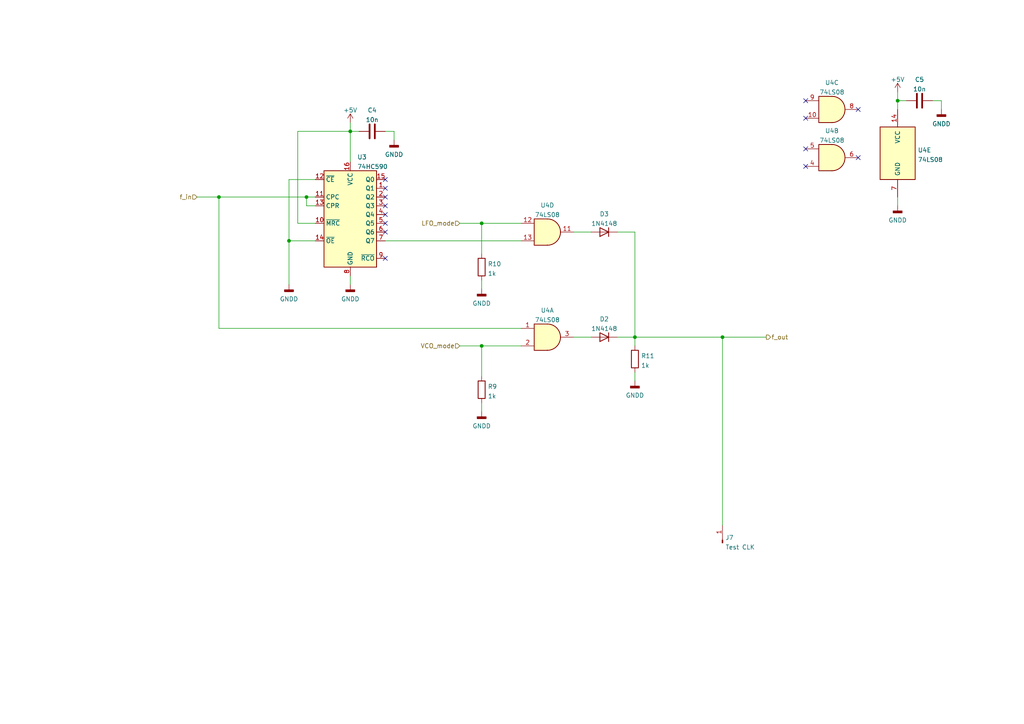
<source format=kicad_sch>
(kicad_sch (version 20211123) (generator eeschema)
  (paper "A4")
  (title_block (title "FGVCO - Core 1") (date "2022-06-30") (company "Filippo Gottardo"))
  (lib_symbols
    (symbol "74xx:74HC590"
      (property "Reference" "U" (at -7.62 16.51 0))
      (property "Value" "74HC590" (at -7.62 -13.97 0))
      (symbol "74HC590_1_0"
        (pin tri_state line (at 10.16 10.16 180) (length 2.54) (name "Q1") (number "1"))
        (pin input line (at -10.16 0 0) (length 2.54) (name "~{MRC}") (number "10"))
        (pin input line (at -10.16 7.62 0) (length 2.54) (name "CPC") (number "11"))
        (pin input line (at -10.16 12.7 0) (length 2.54) (name "~{CE}") (number "12"))
        (pin input line (at -10.16 5.08 0) (length 2.54) (name "CPR") (number "13"))
        (pin input line (at -10.16 -5.08 0) (length 2.54) (name "~{OE}") (number "14"))
        (pin tri_state line (at 10.16 12.7 180) (length 2.54) (name "Q0") (number "15"))
        (pin power_in line (at 0 17.78 270) (length 2.54) (name "VCC") (number "16"))
        (pin tri_state line (at 10.16 7.62 180) (length 2.54) (name "Q2") (number "2"))
        (pin tri_state line (at 10.16 5.08 180) (length 2.54) (name "Q3") (number "3"))
        (pin tri_state line (at 10.16 2.54 180) (length 2.54) (name "Q4") (number "4"))
        (pin tri_state line (at 10.16 0 180) (length 2.54) (name "Q5") (number "5"))
        (pin tri_state line (at 10.16 -2.54 180) (length 2.54) (name "Q6") (number "6"))
        (pin tri_state line (at 10.16 -5.08 180) (length 2.54) (name "Q7") (number "7"))
        (pin power_in line (at 0 -15.24 90) (length 2.54) (name "GND") (number "8"))
        (pin output line (at 10.16 -10.16 180) (length 2.54) (name "~{RCO}") (number "9"))
      )
      (symbol "74HC590_1_1"
        (rectangle (start -7.62 15.24) (end 7.62 -12.7) (stroke (width 0.254)) (fill (type background)))
      )
    )
    (symbol "74xx:74LS08" (pin_names (offset 1.016))
      (property "Reference" "U" (at 0 1.27 0))
      (property "Value" "74LS08" (at 0 -1.27 0))
      (symbol "74LS08_1_1"
        (arc (start 0 -3.81) (mid 3.81 0) (end 0 3.81) (stroke (width 0.254)) (fill (type background)))
        (polyline (pts (xy 0 3.81) (xy -3.81 3.81) (xy -3.81 -3.81) (xy 0 -3.81)) (stroke (width 0.254)) (fill (type background)))
        (pin input line (at -7.62 2.54 0) (length 3.81) (name "~") (number "1"))
        (pin input line (at -7.62 -2.54 0) (length 3.81) (name "~") (number "2"))
        (pin output line (at 7.62 0 180) (length 3.81) (name "~") (number "3"))
      )
      (symbol "74LS08_1_2"
        (arc (start -3.81 -3.81) (mid -2.589 0) (end -3.81 3.81) (stroke (width 0.254)))
        (arc (start -0.6096 -3.81) (mid 2.1855 -2.584) (end 3.81 0) (stroke (width 0.254)) (fill (type background)))
        (polyline (pts (xy -3.81 -3.81) (xy -0.635 -3.81)) (stroke (width 0.254)) (fill (type background)))
        (polyline (pts (xy -3.81 3.81) (xy -0.635 3.81)) (stroke (width 0.254)) (fill (type background)))
        (polyline (pts (xy -0.635 3.81) (xy -3.81 3.81) (xy -3.81 3.81) (xy -3.556 3.4036) (xy -3.0226 2.2606) (xy -2.6924 1.0414) (xy -2.6162 -0.254) (xy -2.7686 -1.4986) (xy -3.175 -2.7178) (xy -3.81 -3.81) (xy -3.81 -3.81) (xy -0.635 -3.81)) (stroke (width -25.4)) (fill (type background)))
        (arc (start 3.81 0) (mid 2.1928 2.5925) (end -0.6096 3.81) (stroke (width 0.254)) (fill (type background)))
        (pin input inverted (at -7.62 2.54 0) (length 4.318) (name "~") (number "1"))
        (pin input inverted (at -7.62 -2.54 0) (length 4.318) (name "~") (number "2"))
        (pin output inverted (at 7.62 0 180) (length 3.81) (name "~") (number "3"))
      )
      (symbol "74LS08_2_1"
        (arc (start 0 -3.81) (mid 3.81 0) (end 0 3.81) (stroke (width 0.254)) (fill (type background)))
        (polyline (pts (xy 0 3.81) (xy -3.81 3.81) (xy -3.81 -3.81) (xy 0 -3.81)) (stroke (width 0.254)) (fill (type background)))
        (pin input line (at -7.62 2.54 0) (length 3.81) (name "~") (number "4"))
        (pin input line (at -7.62 -2.54 0) (length 3.81) (name "~") (number "5"))
        (pin output line (at 7.62 0 180) (length 3.81) (name "~") (number "6"))
      )
      (symbol "74LS08_2_2"
        (arc (start -3.81 -3.81) (mid -2.589 0) (end -3.81 3.81) (stroke (width 0.254)))
        (arc (start -0.6096 -3.81) (mid 2.1855 -2.584) (end 3.81 0) (stroke (width 0.254)) (fill (type background)))
        (polyline (pts (xy -3.81 -3.81) (xy -0.635 -3.81)) (stroke (width 0.254)) (fill (type background)))
        (polyline (pts (xy -3.81 3.81) (xy -0.635 3.81)) (stroke (width 0.254)) (fill (type background)))
        (polyline (pts (xy -0.635 3.81) (xy -3.81 3.81) (xy -3.81 3.81) (xy -3.556 3.4036) (xy -3.0226 2.2606) (xy -2.6924 1.0414) (xy -2.6162 -0.254) (xy -2.7686 -1.4986) (xy -3.175 -2.7178) (xy -3.81 -3.81) (xy -3.81 -3.81) (xy -0.635 -3.81)) (stroke (width -25.4)) (fill (type background)))
        (arc (start 3.81 0) (mid 2.1928 2.5925) (end -0.6096 3.81) (stroke (width 0.254)) (fill (type background)))
        (pin input inverted (at -7.62 2.54 0) (length 4.318) (name "~") (number "4"))
        (pin input inverted (at -7.62 -2.54 0) (length 4.318) (name "~") (number "5"))
        (pin output inverted (at 7.62 0 180) (length 3.81) (name "~") (number "6"))
      )
      (symbol "74LS08_3_1"
        (arc (start 0 -3.81) (mid 3.81 0) (end 0 3.81) (stroke (width 0.254)) (fill (type background)))
        (polyline (pts (xy 0 3.81) (xy -3.81 3.81) (xy -3.81 -3.81) (xy 0 -3.81)) (stroke (width 0.254)) (fill (type background)))
        (pin input line (at -7.62 -2.54 0) (length 3.81) (name "~") (number "10"))
        (pin output line (at 7.62 0 180) (length 3.81) (name "~") (number "8"))
        (pin input line (at -7.62 2.54 0) (length 3.81) (name "~") (number "9"))
      )
      (symbol "74LS08_3_2"
        (arc (start -3.81 -3.81) (mid -2.589 0) (end -3.81 3.81) (stroke (width 0.254)))
        (arc (start -0.6096 -3.81) (mid 2.1855 -2.584) (end 3.81 0) (stroke (width 0.254)) (fill (type background)))
        (polyline (pts (xy -3.81 -3.81) (xy -0.635 -3.81)) (stroke (width 0.254)) (fill (type background)))
        (polyline (pts (xy -3.81 3.81) (xy -0.635 3.81)) (stroke (width 0.254)) (fill (type background)))
        (polyline (pts (xy -0.635 3.81) (xy -3.81 3.81) (xy -3.81 3.81) (xy -3.556 3.4036) (xy -3.0226 2.2606) (xy -2.6924 1.0414) (xy -2.6162 -0.254) (xy -2.7686 -1.4986) (xy -3.175 -2.7178) (xy -3.81 -3.81) (xy -3.81 -3.81) (xy -0.635 -3.81)) (stroke (width -25.4)) (fill (type background)))
        (arc (start 3.81 0) (mid 2.1928 2.5925) (end -0.6096 3.81) (stroke (width 0.254)) (fill (type background)))
        (pin input inverted (at -7.62 -2.54 0) (length 4.318) (name "~") (number "10"))
        (pin output inverted (at 7.62 0 180) (length 3.81) (name "~") (number "8"))
        (pin input inverted (at -7.62 2.54 0) (length 4.318) (name "~") (number "9"))
      )
      (symbol "74LS08_4_1"
        (arc (start 0 -3.81) (mid 3.81 0) (end 0 3.81) (stroke (width 0.254)) (fill (type background)))
        (polyline (pts (xy 0 3.81) (xy -3.81 3.81) (xy -3.81 -3.81) (xy 0 -3.81)) (stroke (width 0.254)) (fill (type background)))
        (pin output line (at 7.62 0 180) (length 3.81) (name "~") (number "11"))
        (pin input line (at -7.62 2.54 0) (length 3.81) (name "~") (number "12"))
        (pin input line (at -7.62 -2.54 0) (length 3.81) (name "~") (number "13"))
      )
      (symbol "74LS08_4_2"
        (arc (start -3.81 -3.81) (mid -2.589 0) (end -3.81 3.81) (stroke (width 0.254)))
        (arc (start -0.6096 -3.81) (mid 2.1855 -2.584) (end 3.81 0) (stroke (width 0.254)) (fill (type background)))
        (polyline (pts (xy -3.81 -3.81) (xy -0.635 -3.81)) (stroke (width 0.254)) (fill (type background)))
        (polyline (pts (xy -3.81 3.81) (xy -0.635 3.81)) (stroke (width 0.254)) (fill (type background)))
        (polyline (pts (xy -0.635 3.81) (xy -3.81 3.81) (xy -3.81 3.81) (xy -3.556 3.4036) (xy -3.0226 2.2606) (xy -2.6924 1.0414) (xy -2.6162 -0.254) (xy -2.7686 -1.4986) (xy -3.175 -2.7178) (xy -3.81 -3.81) (xy -3.81 -3.81) (xy -0.635 -3.81)) (stroke (width -25.4)) (fill (type background)))
        (arc (start 3.81 0) (mid 2.1928 2.5925) (end -0.6096 3.81) (stroke (width 0.254)) (fill (type background)))
        (pin output inverted (at 7.62 0 180) (length 3.81) (name "~") (number "11"))
        (pin input inverted (at -7.62 2.54 0) (length 4.318) (name "~") (number "12"))
        (pin input inverted (at -7.62 -2.54 0) (length 4.318) (name "~") (number "13"))
      )
      (symbol "74LS08_5_0"
        (pin power_in line (at 0 12.7 270) (length 5.08) (name "VCC") (number "14"))
        (pin power_in line (at 0 -12.7 90) (length 5.08) (name "GND") (number "7"))
      )
      (symbol "74LS08_5_1"
        (rectangle (start -5.08 7.62) (end 5.08 -7.62) (stroke (width 0.254)) (fill (type background)))
      )
    )
    (symbol "Connector:Conn_01x01_Male" (pin_names (offset 1.016) hide)
      (property "Reference" "J" (at 0 2.54 0))
      (property "Value" "Conn_01x01_Male" (at 0 -2.54 0))
      (symbol "Conn_01x01_Male_1_1"
        (polyline (pts (xy 1.27 0) (xy 0.8636 0)) (stroke (width 0.1524)))
        (rectangle (start 0.8636 0.127) (end 0 -0.127) (stroke (width 0.1524)) (fill (type outline)))
        (pin passive line (at 5.08 0 180) (length 3.81) (name "Pin_1") (number "1"))
      )
    )
    (symbol "Device:C" (pin_numbers hide) (pin_names (offset 0.254))
      (property "Reference" "C" (at 0.635 2.54 0))
      (property "Value" "C" (at 0.635 -2.54 0))
      (symbol "C_0_1"
        (polyline (pts (xy -2.032 -0.762) (xy 2.032 -0.762)) (stroke (width 0.508)))
        (polyline (pts (xy -2.032 0.762) (xy 2.032 0.762)) (stroke (width 0.508)))
      )
      (symbol "C_1_1"
        (pin passive line (at 0 3.81 270) (length 2.794) (name "~") (number "1"))
        (pin passive line (at 0 -3.81 90) (length 2.794) (name "~") (number "2"))
      )
    )
    (symbol "Device:R" (pin_numbers hide) (pin_names (offset 0))
      (property "Reference" "R" (at 2.032 0 90))
      (property "Value" "R" (at 0 0 90))
      (symbol "R_0_1"
        (rectangle (start -1.016 -2.54) (end 1.016 2.54) (stroke (width 0.254)))
      )
      (symbol "R_1_1"
        (pin passive line (at 0 3.81 270) (length 1.27) (name "~") (number "1"))
        (pin passive line (at 0 -3.81 90) (length 1.27) (name "~") (number "2"))
      )
    )
    (symbol "Diode:1N4148" (pin_numbers hide) (pin_names (offset 1.016) hide)
      (property "Reference" "D" (at 0 2.54 0))
      (property "Value" "1N4148" (at 0 -2.54 0))
      (symbol "1N4148_0_1"
        (polyline (pts (xy -1.27 1.27) (xy -1.27 -1.27)) (stroke (width 0.254)))
        (polyline (pts (xy 1.27 0) (xy -1.27 0)))
        (polyline (pts (xy 1.27 1.27) (xy 1.27 -1.27) (xy -1.27 0) (xy 1.27 1.27)) (stroke (width 0.254)))
      )
      (symbol "1N4148_1_1"
        (pin passive line (at -3.81 0 0) (length 2.54) (name "K") (number "1"))
        (pin passive line (at 3.81 0 180) (length 2.54) (name "A") (number "2"))
      )
    )
    (symbol "power:+5V" (power) (pin_names (offset 0))
      (property "Value" "+5V" (at 0 3.556 0))
      (symbol "+5V_0_1"
        (polyline (pts (xy -0.762 1.27) (xy 0 2.54)))
        (polyline (pts (xy 0 0) (xy 0 2.54)))
        (polyline (pts (xy 0 2.54) (xy 0.762 1.27)))
      )
      (symbol "+5V_1_1"
        (pin power_in line (at 0 0 90) (length 0) hide (name "+5V") (number "1"))
      )
    )
    (symbol "power:GNDD" (power) (pin_names (offset 0))
      (property "Value" "GNDD" (at 0 -3.175 0))
      (symbol "GNDD_0_1"
        (rectangle (start -1.27 -1.524) (end 1.27 -2.032) (stroke (width 0.254)) (fill (type outline)))
        (polyline (pts (xy 0 0) (xy 0 -1.524)))
      )
      (symbol "GNDD_1_1"
        (pin power_in line (at 0 0 270) (length 0) hide (name "GNDD") (number "1"))
      )
    )
  )
  (junction (at 139.7 100.33))
  (junction (at 260.35 29.21))
  (junction (at 184.15 97.79))
  (junction (at 83.82 69.85))
  (junction (at 139.7 64.77))
  (junction (at 63.5 57.15))
  (junction (at 101.6 38.1))
  (junction (at 209.55 97.79))
  (junction (at 88.9 57.15))
  (no_connect (at 111.76 62.23))
  (no_connect (at 233.68 48.26))
  (no_connect (at 233.68 43.18))
  (no_connect (at 111.76 57.15))
  (no_connect (at 111.76 52.07))
  (no_connect (at 233.68 29.21))
  (no_connect (at 248.92 45.72))
  (no_connect (at 111.76 74.93))
  (no_connect (at 111.76 64.77))
  (no_connect (at 111.76 67.31))
  (no_connect (at 248.92 31.75))
  (no_connect (at 111.76 54.61))
  (no_connect (at 111.76 59.69))
  (no_connect (at 233.68 34.29))
  (wire (pts (xy 57.15 57.15) (xy 63.5 57.15)))
  (wire (pts (xy 260.35 29.21) (xy 262.89 29.21)))
  (wire (pts (xy 273.05 29.21) (xy 273.05 31.75)))
  (wire (pts (xy 139.7 81.28) (xy 139.7 83.82)))
  (wire (pts (xy 260.35 29.21) (xy 260.35 31.75)))
  (wire (pts (xy 139.7 116.84) (xy 139.7 119.38)))
  (wire (pts (xy 139.7 100.33) (xy 151.13 100.33)))
  (wire (pts (xy 83.82 69.85) (xy 83.82 82.55)))
  (wire (pts (xy 91.44 59.69) (xy 88.9 59.69)))
  (wire (pts (xy 260.35 26.67) (xy 260.35 29.21)))
  (wire (pts (xy 101.6 38.1) (xy 101.6 46.99)))
  (wire (pts (xy 184.15 97.79) (xy 184.15 67.31)))
  (wire (pts (xy 184.15 107.95) (xy 184.15 110.49)))
  (wire (pts (xy 91.44 64.77) (xy 86.36 64.77)))
  (wire (pts (xy 166.37 97.79) (xy 171.45 97.79)))
  (wire (pts (xy 86.36 64.77) (xy 86.36 38.1)))
  (wire (pts (xy 139.7 64.77) (xy 151.13 64.77)))
  (wire (pts (xy 101.6 80.01) (xy 101.6 82.55)))
  (wire (pts (xy 63.5 95.25) (xy 151.13 95.25)))
  (wire (pts (xy 270.51 29.21) (xy 273.05 29.21)))
  (wire (pts (xy 63.5 57.15) (xy 88.9 57.15)))
  (wire (pts (xy 179.07 97.79) (xy 184.15 97.79)))
  (wire (pts (xy 83.82 52.07) (xy 83.82 69.85)))
  (wire (pts (xy 88.9 57.15) (xy 91.44 57.15)))
  (wire (pts (xy 139.7 73.66) (xy 139.7 64.77)))
  (wire (pts (xy 184.15 67.31) (xy 179.07 67.31)))
  (wire (pts (xy 88.9 59.69) (xy 88.9 57.15)))
  (wire (pts (xy 114.3 38.1) (xy 114.3 40.64)))
  (wire (pts (xy 133.35 100.33) (xy 139.7 100.33)))
  (wire (pts (xy 111.76 69.85) (xy 151.13 69.85)))
  (wire (pts (xy 86.36 38.1) (xy 101.6 38.1)))
  (wire (pts (xy 166.37 67.31) (xy 171.45 67.31)))
  (wire (pts (xy 111.76 38.1) (xy 114.3 38.1)))
  (wire (pts (xy 63.5 57.15) (xy 63.5 95.25)))
  (wire (pts (xy 184.15 97.79) (xy 209.55 97.79)))
  (wire (pts (xy 91.44 69.85) (xy 83.82 69.85)))
  (wire (pts (xy 260.35 57.15) (xy 260.35 59.69)))
  (wire (pts (xy 101.6 35.56) (xy 101.6 38.1)))
  (wire (pts (xy 104.14 38.1) (xy 101.6 38.1)))
  (wire (pts (xy 139.7 100.33) (xy 139.7 109.22)))
  (wire (pts (xy 209.55 97.79) (xy 209.55 152.4)))
  (wire (pts (xy 184.15 100.33) (xy 184.15 97.79)))
  (wire (pts (xy 133.35 64.77) (xy 139.7 64.77)))
  (wire (pts (xy 209.55 97.79) (xy 222.25 97.79)))
  (wire (pts (xy 91.44 52.07) (xy 83.82 52.07)))
  (hierarchical_label "LFO_mode" (shape input) (at 133.35 64.77 180))
  (hierarchical_label "f_in" (shape input) (at 57.15 57.15 180))
  (hierarchical_label "VCO_mode" (shape input) (at 133.35 100.33 180))
  (hierarchical_label "f_out" (shape output) (at 222.25 97.79 0))
  (symbol (lib_id "74xx:74LS08") (at 158.75 67.31 0) (unit 4)
    (property "Reference" "U4" (at 158.75 59.5335 0))
    (property "Value" "74LS08" (at 158.75 62.3086 0))
    (property "Footprint" "Custom Footprints:DIP-14_central_caps" (effects hide))
    (property "Datasheet" "http://www.ti.com/lit/gpn/sn74LS08" (effects hide))
  )
  (symbol (lib_id "power:GNDD") (at 114.3 40.64 0) (unit 1)
    (property "Reference" "#PWR0128" (effects hide))
    (property "Value" "GNDD" (at 114.3 44.8215 0))
  )
  (symbol (lib_id "power:GNDD") (at 260.35 59.69 0) (unit 1)
    (property "Reference" "#PWR0121" (effects hide))
    (property "Value" "GNDD" (at 260.35 63.8715 0))
  )
  (symbol (lib_id "power:GNDD") (at 101.6 82.55 0) (unit 1)
    (property "Reference" "#PWR0126" (effects hide))
    (property "Value" "GNDD" (at 101.6 86.7315 0))
  )
  (symbol (lib_id "74xx:74HC590") (at 101.6 64.77 0) (unit 1)
    (property "Reference" "U3" (at 103.6194 45.5635 0) (effects (justify left)))
    (property "Value" "74HC590" (at 103.6194 48.3386 0) (effects (justify left)))
    (property "Footprint" "Custom Footprints:DIP-16_central_caps" (effects hide))
    (property "Datasheet" "https://assets.nexperia.com/documents/data-sheet/74HC590.pdf" (effects hide))
  )
  (symbol (lib_id "Device:R") (at 139.7 113.03 0) (unit 1)
    (property "Reference" "R9" (at 141.478 112.1215 0) (effects (justify left)))
    (property "Value" "1k" (at 141.478 114.8966 0) (effects (justify left)))
    (property "Footprint" "Resistor_THT:R_Axial_DIN0207_L6.3mm_D2.5mm_P10.16mm_Horizontal" (effects hide))
  )
  (symbol (lib_id "74xx:74LS08") (at 241.3 45.72 0) (mirror x) (unit 2)
    (property "Reference" "U4" (at 241.3 37.9435 0))
    (property "Value" "74LS08" (at 241.3 40.7186 0))
    (property "Footprint" "Custom Footprints:DIP-14_central_caps" (effects hide))
    (property "Datasheet" "http://www.ti.com/lit/gpn/sn74LS08" (effects hide))
  )
  (symbol (lib_id "74xx:74LS08") (at 158.75 97.79 0) (unit 1)
    (property "Reference" "U4" (at 158.75 90.0135 0))
    (property "Value" "74LS08" (at 158.75 92.7886 0))
    (property "Footprint" "Custom Footprints:DIP-14_central_caps" (effects hide))
    (property "Datasheet" "http://www.ti.com/lit/gpn/sn74LS08" (effects hide))
  )
  (symbol (lib_id "Connector:Conn_01x01_Male") (at 209.55 157.48 90) (unit 1)
    (property "Reference" "J7" (at 210.3882 155.9365 90) (effects (justify right)))
    (property "Value" "Test CLK" (at 210.3882 158.7116 90) (effects (justify right)))
    (property "Footprint" "Connector_PinHeader_2.54mm:PinHeader_1x01_P2.54mm_Vertical" (effects hide))
  )
  (symbol (lib_id "power:GNDD") (at 139.7 83.82 0) (unit 1)
    (property "Reference" "#PWR0129" (effects hide))
    (property "Value" "GNDD" (at 139.7 88.0015 0))
  )
  (symbol (lib_id "power:GNDD") (at 139.7 119.38 0) (unit 1)
    (property "Reference" "#PWR0130" (effects hide))
    (property "Value" "GNDD" (at 139.7 123.5615 0))
  )
  (symbol (lib_id "Device:C") (at 107.95 38.1 270) (unit 1)
    (property "Reference" "C4" (at 107.95 31.9745 90))
    (property "Value" "10n" (at 107.95 34.7496 90))
    (property "Footprint" "Custom Footprints:C_Disc_P2.54mm" (effects hide))
  )
  (symbol (lib_id "Diode:1N4148") (at 175.26 97.79 180) (unit 1)
    (property "Reference" "D2" (at 175.26 92.5535 0))
    (property "Value" "1N4148" (at 175.26 95.3286 0))
    (property "Footprint" "Diode_THT:D_DO-35_SOD27_P7.62mm_Horizontal" (effects hide))
    (property "Datasheet" "https://assets.nexperia.com/documents/data-sheet/1N4148_1N4448.pdf" (effects hide))
  )
  (symbol (lib_id "Device:C") (at 266.7 29.21 270) (unit 1)
    (property "Reference" "C5" (at 266.7 23.0845 90))
    (property "Value" "10n" (at 266.7 25.8596 90))
    (property "Footprint" "Custom Footprints:C_Disc_P2.54mm" (effects hide))
  )
  (symbol (lib_id "Device:R") (at 184.15 104.14 0) (unit 1)
    (property "Reference" "R11" (at 185.928 103.2315 0) (effects (justify left)))
    (property "Value" "1k" (at 185.928 106.0066 0) (effects (justify left)))
    (property "Footprint" "Resistor_THT:R_Axial_DIN0207_L6.3mm_D2.5mm_P10.16mm_Horizontal" (effects hide))
  )
  (symbol (lib_id "power:+5V") (at 101.6 35.56 0) (unit 1)
    (property "Reference" "#PWR0127" (effects hide))
    (property "Value" "+5V" (at 101.6 31.9555 0))
  )
  (symbol (lib_id "power:GNDD") (at 273.05 31.75 0) (unit 1)
    (property "Reference" "#PWR0122" (effects hide))
    (property "Value" "GNDD" (at 273.05 35.9315 0))
  )
  (symbol (lib_id "74xx:74LS08") (at 260.35 44.45 0) (unit 5)
    (property "Reference" "U4" (at 266.192 43.5415 0) (effects (justify left)))
    (property "Value" "74LS08" (at 266.192 46.3166 0) (effects (justify left)))
    (property "Footprint" "Custom Footprints:DIP-14_central_caps" (effects hide))
    (property "Datasheet" "http://www.ti.com/lit/gpn/sn74LS08" (effects hide))
  )
  (symbol (lib_id "Device:R") (at 139.7 77.47 0) (unit 1)
    (property "Reference" "R10" (at 141.478 76.5615 0) (effects (justify left)))
    (property "Value" "1k" (at 141.478 79.3366 0) (effects (justify left)))
    (property "Footprint" "Resistor_THT:R_Axial_DIN0207_L6.3mm_D2.5mm_P10.16mm_Horizontal" (effects hide))
  )
  (symbol (lib_id "power:+5V") (at 260.35 26.67 0) (unit 1)
    (property "Reference" "#PWR0124" (effects hide))
    (property "Value" "+5V" (at 260.35 23.0655 0))
  )
  (symbol (lib_id "Diode:1N4148") (at 175.26 67.31 180) (unit 1)
    (property "Reference" "D3" (at 175.26 62.0735 0))
    (property "Value" "1N4148" (at 175.26 64.8486 0))
    (property "Footprint" "Diode_THT:D_DO-35_SOD27_P7.62mm_Horizontal" (effects hide))
    (property "Datasheet" "https://assets.nexperia.com/documents/data-sheet/1N4148_1N4448.pdf" (effects hide))
  )
  (symbol (lib_id "74xx:74LS08") (at 241.3 31.75 0) (unit 3)
    (property "Reference" "U4" (at 241.3 23.9735 0))
    (property "Value" "74LS08" (at 241.3 26.7486 0))
    (property "Footprint" "Custom Footprints:DIP-14_central_caps" (effects hide))
    (property "Datasheet" "http://www.ti.com/lit/gpn/sn74LS08" (effects hide))
  )
  (symbol (lib_id "power:GNDD") (at 83.82 82.55 0) (unit 1)
    (property "Reference" "#PWR0125" (effects hide))
    (property "Value" "GNDD" (at 83.82 86.7315 0))
  )
  (symbol (lib_id "power:GNDD") (at 184.15 110.49 0) (unit 1)
    (property "Reference" "#PWR0123" (effects hide))
    (property "Value" "GNDD" (at 184.15 114.6715 0))
  )
)
</source>
